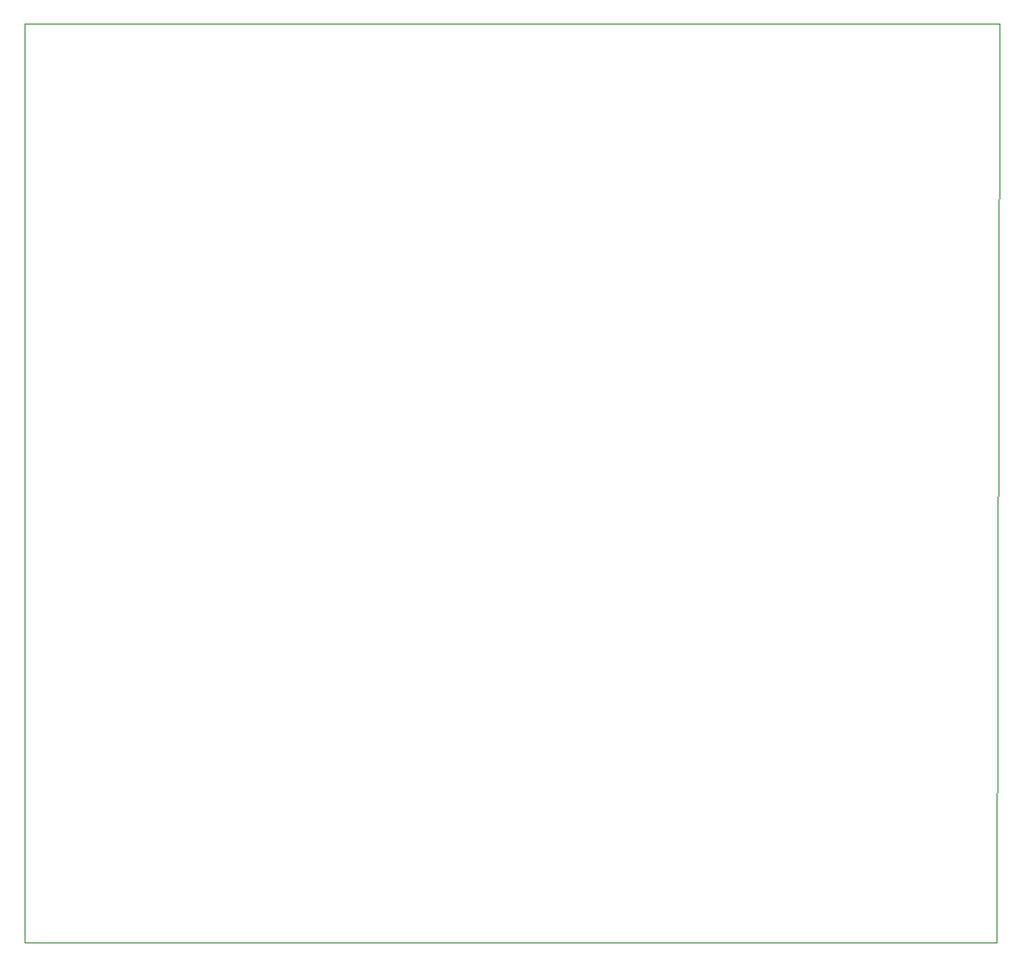
<source format=gbr>
%TF.GenerationSoftware,KiCad,Pcbnew,7.0.1*%
%TF.CreationDate,2023-12-02T06:41:28-07:00*%
%TF.ProjectId,ARC_Remote,4152435f-5265-46d6-9f74-652e6b696361,rev?*%
%TF.SameCoordinates,Original*%
%TF.FileFunction,Profile,NP*%
%FSLAX46Y46*%
G04 Gerber Fmt 4.6, Leading zero omitted, Abs format (unit mm)*
G04 Created by KiCad (PCBNEW 7.0.1) date 2023-12-02 06:41:28*
%MOMM*%
%LPD*%
G01*
G04 APERTURE LIST*
%TA.AperFunction,Profile*%
%ADD10C,0.100000*%
%TD*%
G04 APERTURE END LIST*
D10*
X40750000Y-20250000D02*
X40750000Y-98500000D01*
X124750000Y-19250000D02*
X40750000Y-19250000D01*
X124750000Y-21750000D02*
X124750000Y-19250000D01*
X124500000Y-98500000D02*
X124750000Y-21750000D01*
X40750000Y-98500000D02*
X124500000Y-98500000D01*
X40750000Y-19250000D02*
X40750000Y-20250000D01*
M02*

</source>
